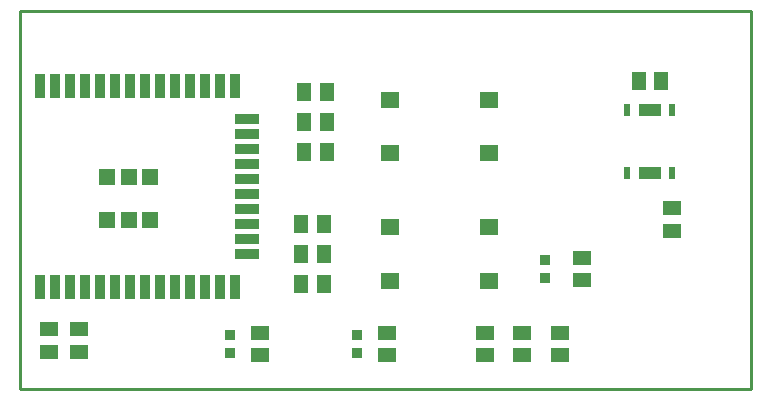
<source format=gbr>
G04 EAGLE Gerber RS-274X export*
G75*
%MOMM*%
%FSLAX34Y34*%
%LPD*%
%INCream Top*%
%IPPOS*%
%AMOC8*
5,1,8,0,0,1.08239X$1,22.5*%
G01*
%ADD10R,1.300000X1.500000*%
%ADD11R,1.500000X1.300000*%
%ADD12R,0.600000X1.050000*%
%ADD13R,1.870000X1.050000*%
%ADD14R,0.950000X0.950000*%
%ADD15R,1.600000X1.400000*%
%ADD16R,0.900000X2.000000*%
%ADD17R,2.000000X0.900000*%
%ADD18R,1.330000X1.330000*%
%ADD19C,0.254000*%


D10*
X523900Y260350D03*
X542900Y260350D03*
D11*
X552450Y153010D03*
X552450Y134010D03*
D12*
X514350Y182800D03*
D13*
X533400Y182800D03*
D12*
X552450Y182800D03*
X552450Y236300D03*
D13*
X533400Y236300D03*
D12*
X514350Y236300D03*
D14*
X444500Y94100D03*
X444500Y109100D03*
D10*
X257150Y139700D03*
X238150Y139700D03*
X259690Y200660D03*
X240690Y200660D03*
D11*
X457200Y28600D03*
X457200Y47600D03*
D15*
X313600Y91800D03*
X397600Y91800D03*
X313600Y136800D03*
X397600Y136800D03*
X313600Y199750D03*
X397600Y199750D03*
X313600Y244750D03*
X397600Y244750D03*
D16*
X17250Y86450D03*
X29950Y86450D03*
X42650Y86450D03*
X55350Y86450D03*
X68050Y86450D03*
X80750Y86450D03*
X93450Y86450D03*
X106150Y86450D03*
X118850Y86450D03*
X131550Y86450D03*
X144250Y86450D03*
X156950Y86450D03*
X169650Y86450D03*
X182350Y86450D03*
D17*
X192350Y114300D03*
X192350Y127000D03*
X192350Y139700D03*
X192350Y152400D03*
X192350Y165100D03*
X192350Y177800D03*
X192350Y190500D03*
X192350Y203200D03*
X192350Y215900D03*
X192350Y228600D03*
D16*
X182350Y256450D03*
X169650Y256450D03*
X156950Y256450D03*
X144250Y256450D03*
X131550Y256450D03*
X118850Y256450D03*
X106150Y256450D03*
X93450Y256450D03*
X80750Y256450D03*
X68050Y256450D03*
X55350Y256450D03*
X42650Y256450D03*
X29950Y256450D03*
X17250Y256450D03*
D18*
X73900Y143100D03*
X73900Y179800D03*
X92250Y143100D03*
X92250Y179800D03*
X110600Y143100D03*
X110600Y179800D03*
D14*
X177800Y45600D03*
X177800Y30600D03*
X285750Y30600D03*
X285750Y45600D03*
D11*
X203200Y28600D03*
X203200Y47600D03*
X311150Y47600D03*
X311150Y28600D03*
D10*
X238150Y88900D03*
X257150Y88900D03*
X257150Y114300D03*
X238150Y114300D03*
X240690Y251460D03*
X259690Y251460D03*
X259690Y226060D03*
X240690Y226060D03*
D11*
X393700Y47600D03*
X393700Y28600D03*
X425450Y28600D03*
X425450Y47600D03*
X24384Y50648D03*
X24384Y31648D03*
X49784Y50648D03*
X49784Y31648D03*
X476250Y111100D03*
X476250Y92100D03*
D19*
X0Y0D02*
X619000Y0D01*
X619000Y320000D01*
X0Y320000D01*
X0Y0D01*
M02*

</source>
